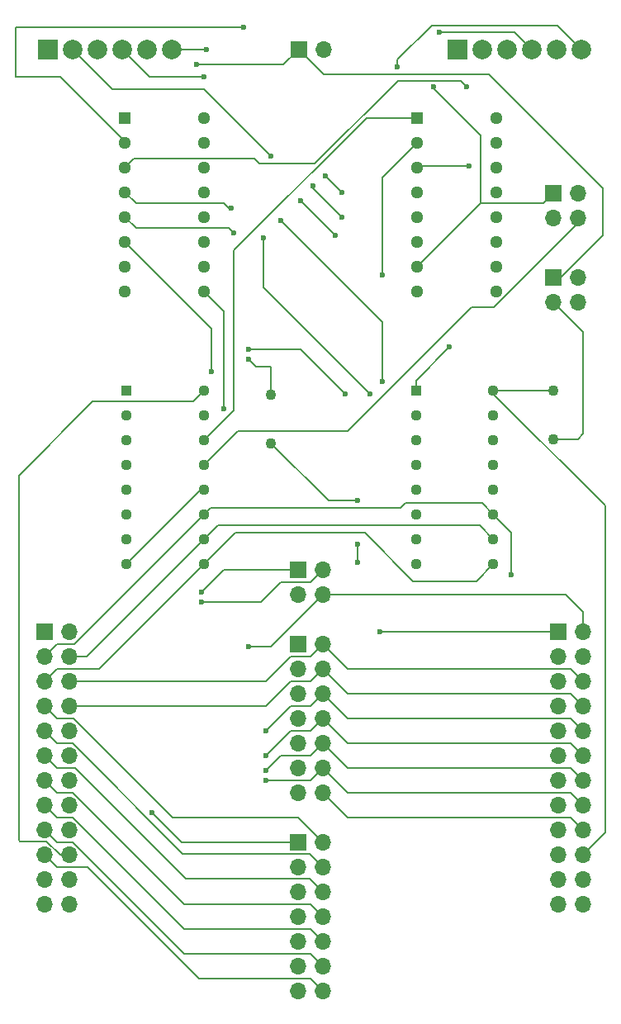
<source format=gbr>
%TF.GenerationSoftware,KiCad,Pcbnew,8.0.6*%
%TF.CreationDate,2024-12-14T14:17:37+01:00*%
%TF.ProjectId,satellite_board_6_keys,73617465-6c6c-4697-9465-5f626f617264,0*%
%TF.SameCoordinates,Original*%
%TF.FileFunction,Copper,L1,Top*%
%TF.FilePolarity,Positive*%
%FSLAX46Y46*%
G04 Gerber Fmt 4.6, Leading zero omitted, Abs format (unit mm)*
G04 Created by KiCad (PCBNEW 8.0.6) date 2024-12-14 14:17:37*
%MOMM*%
%LPD*%
G01*
G04 APERTURE LIST*
%TA.AperFunction,ComponentPad*%
%ADD10R,1.700000X1.700000*%
%TD*%
%TA.AperFunction,ComponentPad*%
%ADD11O,1.700000X1.700000*%
%TD*%
%TA.AperFunction,ComponentPad*%
%ADD12R,2.000000X2.000000*%
%TD*%
%TA.AperFunction,ComponentPad*%
%ADD13C,2.000000*%
%TD*%
%TA.AperFunction,ComponentPad*%
%ADD14R,1.295400X1.295400*%
%TD*%
%TA.AperFunction,ComponentPad*%
%ADD15C,1.295400*%
%TD*%
%TA.AperFunction,ComponentPad*%
%ADD16C,1.100000*%
%TD*%
%TA.AperFunction,ComponentPad*%
%ADD17R,1.130000X1.130000*%
%TD*%
%TA.AperFunction,ComponentPad*%
%ADD18C,1.130000*%
%TD*%
%TA.AperFunction,ViaPad*%
%ADD19C,0.600000*%
%TD*%
%TA.AperFunction,Conductor*%
%ADD20C,0.200000*%
%TD*%
G04 APERTURE END LIST*
D10*
%TO.P,J5,1,Pin_1*%
%TO.N,Net-(J4-Pin_1)*%
X90805000Y-101600000D03*
D11*
%TO.P,J5,2,Pin_2*%
%TO.N,Net-(J4-Pin_2)*%
X93345000Y-101600000D03*
%TO.P,J5,3,Pin_3*%
%TO.N,Net-(J4-Pin_3)*%
X90805000Y-104140000D03*
%TO.P,J5,4,Pin_4*%
%TO.N,Net-(J4-Pin_4)*%
X93345000Y-104140000D03*
%TO.P,J5,5,Pin_5*%
%TO.N,Net-(J4-Pin_5)*%
X90805000Y-106680000D03*
%TO.P,J5,6,Pin_6*%
%TO.N,Net-(J4-Pin_6)*%
X93345000Y-106680000D03*
%TO.P,J5,7,Pin_7*%
%TO.N,Net-(J4-Pin_7)*%
X90805000Y-109220000D03*
%TO.P,J5,8,Pin_8*%
%TO.N,Net-(J4-Pin_8)*%
X93345000Y-109220000D03*
%TO.P,J5,9,Pin_9*%
%TO.N,Net-(J4-Pin_9)*%
X90805000Y-111760000D03*
%TO.P,J5,10,Pin_10*%
%TO.N,Net-(J4-Pin_10)*%
X93345000Y-111760000D03*
%TO.P,J5,11,Pin_11*%
%TO.N,Net-(J4-Pin_11)*%
X90805000Y-114300000D03*
%TO.P,J5,12,Pin_12*%
%TO.N,Net-(J4-Pin_12)*%
X93345000Y-114300000D03*
%TO.P,J5,13,Pin_13*%
%TO.N,Net-(J4-Pin_13)*%
X90805000Y-116840000D03*
%TO.P,J5,14,Pin_14*%
%TO.N,Net-(J4-Pin_14)*%
X93345000Y-116840000D03*
%TO.P,J5,15,Pin_15*%
%TO.N,Net-(J4-Pin_15)*%
X90805000Y-119380000D03*
%TO.P,J5,16,Pin_16*%
%TO.N,Net-(J4-Pin_16)*%
X93345000Y-119380000D03*
%TO.P,J5,17,Pin_17*%
%TO.N,Net-(J4-Pin_17)*%
X90805000Y-121920000D03*
%TO.P,J5,18,Pin_18*%
%TO.N,Net-(J4-Pin_18)*%
X93345000Y-121920000D03*
%TO.P,J5,19,Pin_19*%
%TO.N,Net-(J4-Pin_19)*%
X90805000Y-124460000D03*
%TO.P,J5,20,Pin_20*%
%TO.N,VCC*%
X93345000Y-124460000D03*
%TO.P,J5,21,Pin_21*%
%TO.N,GND*%
X90805000Y-127000000D03*
%TO.P,J5,22,Pin_22*%
%TO.N,VCC*%
X93345000Y-127000000D03*
%TO.P,J5,23,Pin_23*%
%TO.N,GND*%
X90805000Y-129540000D03*
%TO.P,J5,24,Pin_24*%
%TO.N,VCC*%
X93345000Y-129540000D03*
%TD*%
D12*
%TO.P,J2,1,Pin_1*%
%TO.N,Net-(J2-Pin_1)*%
X91150000Y-41915000D03*
D13*
%TO.P,J2,2,Pin_2*%
%TO.N,Net-(J2-Pin_2)*%
X93690000Y-41915000D03*
%TO.P,J2,3,Pin_3*%
%TO.N,Net-(J2-Pin_3)*%
X96230000Y-41915000D03*
%TO.P,J2,4,Pin_4*%
%TO.N,Net-(J2-Pin_4)*%
X98770000Y-41915000D03*
%TO.P,J2,5,Pin_5*%
%TO.N,Net-(J2-Pin_5)*%
X101310000Y-41915000D03*
%TO.P,J2,6,Pin_6*%
%TO.N,Net-(J2-Pin_6)*%
X103850000Y-41915000D03*
%TD*%
D10*
%TO.P,JP2,1,Pin_1*%
%TO.N,Net-(J1-Pin_2)*%
X143002000Y-56642000D03*
D11*
%TO.P,JP2,2,Pin_2*%
%TO.N,Net-(JP2-Pin_2)*%
X145542000Y-56642000D03*
%TO.P,JP2,3,Pin_3*%
%TO.N,GND*%
X143002000Y-59182000D03*
%TO.P,JP2,4,Pin_4*%
%TO.N,Net-(JP2-Pin_2)*%
X145542000Y-59182000D03*
%TD*%
D10*
%TO.P,JP4,1,Pin_1*%
%TO.N,Net-(JP4-Pin_1)*%
X116840000Y-102870000D03*
D11*
%TO.P,JP4,2,Pin_2*%
%TO.N,Net-(J4-Pin_6)*%
X119380000Y-102870000D03*
%TO.P,JP4,3,Pin_3*%
%TO.N,Net-(JP4-Pin_1)*%
X116840000Y-105410000D03*
%TO.P,JP4,4,Pin_4*%
%TO.N,Net-(J4-Pin_8)*%
X119380000Y-105410000D03*
%TO.P,JP4,5,Pin_5*%
%TO.N,Net-(JP4-Pin_1)*%
X116840000Y-107950000D03*
%TO.P,JP4,6,Pin_6*%
%TO.N,Net-(J4-Pin_10)*%
X119380000Y-107950000D03*
%TO.P,JP4,7,Pin_7*%
%TO.N,Net-(JP4-Pin_1)*%
X116840000Y-110490000D03*
%TO.P,JP4,8,Pin_8*%
%TO.N,Net-(J4-Pin_12)*%
X119380000Y-110490000D03*
%TO.P,JP4,9,Pin_9*%
%TO.N,Net-(JP4-Pin_1)*%
X116840000Y-113030000D03*
%TO.P,JP4,10,Pin_10*%
%TO.N,Net-(J4-Pin_14)*%
X119380000Y-113030000D03*
%TO.P,JP4,11,Pin_11*%
%TO.N,Net-(JP4-Pin_1)*%
X116840000Y-115570000D03*
%TO.P,JP4,12,Pin_12*%
%TO.N,Net-(J4-Pin_16)*%
X119380000Y-115570000D03*
%TO.P,JP4,13,Pin_13*%
%TO.N,Net-(JP4-Pin_1)*%
X116840000Y-118110000D03*
%TO.P,JP4,14,Pin_14*%
%TO.N,Net-(J4-Pin_18)*%
X119380000Y-118110000D03*
%TD*%
D10*
%TO.P,JP3,1,Pin_1*%
%TO.N,Net-(JP3-Pin_1)*%
X116840000Y-95250000D03*
D11*
%TO.P,JP3,2,Pin_2*%
%TO.N,Net-(J4-Pin_1)*%
X119380000Y-95250000D03*
%TO.P,JP3,3,Pin_3*%
%TO.N,Net-(JP3-Pin_1)*%
X116840000Y-97790000D03*
%TO.P,JP3,4,Pin_4*%
%TO.N,Net-(J4-Pin_2)*%
X119380000Y-97790000D03*
%TD*%
D10*
%TO.P,JP1,1,Pin_1*%
%TO.N,Net-(J1-Pin_1)*%
X143002000Y-65278000D03*
D11*
%TO.P,JP1,2,Pin_2*%
%TO.N,Net-(JP1-Pin_2)*%
X145542000Y-65278000D03*
%TO.P,JP1,3,Pin_3*%
%TO.N,GND*%
X143002000Y-67818000D03*
%TO.P,JP1,4,Pin_4*%
%TO.N,Net-(JP1-Pin_2)*%
X145542000Y-67818000D03*
%TD*%
D14*
%TO.P,R1,1*%
%TO.N,Net-(J3-Pin_5)*%
X99060000Y-48895000D03*
D15*
%TO.P,R1,2*%
%TO.N,Net-(J3-Pin_3)*%
X99060000Y-51435000D03*
%TO.P,R1,3*%
%TO.N,Net-(J3-Pin_1)*%
X99060000Y-53975000D03*
%TO.P,R1,4*%
%TO.N,Net-(J2-Pin_5)*%
X99060000Y-56515000D03*
%TO.P,R1,5*%
%TO.N,Net-(J2-Pin_3)*%
X99060000Y-59055000D03*
%TO.P,R1,6*%
%TO.N,Net-(J2-Pin_1)*%
X99060000Y-61595000D03*
%TO.P,R1,7*%
%TO.N,Net-(J1-Pin_1)*%
X99060000Y-64135000D03*
%TO.P,R1,8*%
%TO.N,unconnected-(R1-Pad8)*%
X99060000Y-66675000D03*
%TO.P,R1,9*%
%TO.N,GND*%
X107188000Y-66675000D03*
%TO.P,R1,10*%
X107188000Y-64135000D03*
%TO.P,R1,11*%
X107188000Y-61595000D03*
%TO.P,R1,12*%
X107188000Y-59055000D03*
%TO.P,R1,13*%
X107188000Y-56515000D03*
%TO.P,R1,14*%
X107188000Y-53975000D03*
%TO.P,R1,15*%
X107188000Y-51435000D03*
%TO.P,R1,16*%
X107188000Y-48895000D03*
%TD*%
D16*
%TO.P,C1,1*%
%TO.N,VCC*%
X143002000Y-76835000D03*
%TO.P,C1,2*%
%TO.N,GND*%
X143002000Y-81835000D03*
%TD*%
D12*
%TO.P,J3,1,Pin_1*%
%TO.N,Net-(J3-Pin_1)*%
X133195000Y-41910000D03*
D13*
%TO.P,J3,2,Pin_2*%
%TO.N,Net-(J3-Pin_2)*%
X135735000Y-41910000D03*
%TO.P,J3,3,Pin_3*%
%TO.N,Net-(J3-Pin_3)*%
X138275000Y-41910000D03*
%TO.P,J3,4,Pin_4*%
%TO.N,Net-(J3-Pin_4)*%
X140815000Y-41910000D03*
%TO.P,J3,5,Pin_5*%
%TO.N,Net-(J3-Pin_5)*%
X143355000Y-41910000D03*
%TO.P,J3,6,Pin_6*%
%TO.N,Net-(J3-Pin_6)*%
X145895000Y-41910000D03*
%TD*%
D14*
%TO.P,R2,1*%
%TO.N,Net-(J3-Pin_6)*%
X129032000Y-48895000D03*
D15*
%TO.P,R2,2*%
%TO.N,Net-(J3-Pin_4)*%
X129032000Y-51435000D03*
%TO.P,R2,3*%
%TO.N,Net-(J3-Pin_2)*%
X129032000Y-53975000D03*
%TO.P,R2,4*%
%TO.N,Net-(J2-Pin_6)*%
X129032000Y-56515000D03*
%TO.P,R2,5*%
%TO.N,Net-(J2-Pin_4)*%
X129032000Y-59055000D03*
%TO.P,R2,6*%
%TO.N,Net-(J2-Pin_2)*%
X129032000Y-61595000D03*
%TO.P,R2,7*%
%TO.N,Net-(J1-Pin_2)*%
X129032000Y-64135000D03*
%TO.P,R2,8*%
%TO.N,unconnected-(R2-Pad8)*%
X129032000Y-66675000D03*
%TO.P,R2,9*%
%TO.N,VCC*%
X137160000Y-66675000D03*
%TO.P,R2,10*%
X137160000Y-64135000D03*
%TO.P,R2,11*%
X137160000Y-61595000D03*
%TO.P,R2,12*%
X137160000Y-59055000D03*
%TO.P,R2,13*%
X137160000Y-56515000D03*
%TO.P,R2,14*%
X137160000Y-53975000D03*
%TO.P,R2,15*%
X137160000Y-51435000D03*
%TO.P,R2,16*%
X137160000Y-48895000D03*
%TD*%
D10*
%TO.P,J1,1,Pin_1*%
%TO.N,Net-(J1-Pin_1)*%
X116885000Y-41840000D03*
D11*
%TO.P,J1,2,Pin_2*%
%TO.N,Net-(J1-Pin_2)*%
X119425000Y-41840000D03*
%TD*%
D16*
%TO.P,C2,1*%
%TO.N,VCC*%
X114046000Y-77256000D03*
%TO.P,C2,2*%
%TO.N,GND*%
X114046000Y-82256000D03*
%TD*%
D17*
%TO.P,U1,1,I3*%
%TO.N,Net-(J3-Pin_2)*%
X99248000Y-76835000D03*
D18*
%TO.P,U1,2,I2*%
%TO.N,Net-(J2-Pin_6)*%
X99248000Y-79375000D03*
%TO.P,U1,3,I1*%
%TO.N,Net-(J2-Pin_4)*%
X99248000Y-81915000D03*
%TO.P,U1,4,I0*%
%TO.N,Net-(J2-Pin_2)*%
X99248000Y-84455000D03*
%TO.P,U1,5,Y*%
%TO.N,Net-(JP5-Pin_1)*%
X99248000Y-86995000D03*
%TO.P,U1,6,~{Y}*%
%TO.N,unconnected-(U1-~{Y}-Pad6)*%
X99248000Y-89535000D03*
%TO.P,U1,7,~{OE}*%
%TO.N,Net-(JP3-Pin_1)*%
X99248000Y-92075000D03*
%TO.P,U1,8,GND*%
%TO.N,GND*%
X99248000Y-94615000D03*
%TO.P,U1,9,S2*%
%TO.N,Net-(J4-Pin_5)*%
X107188000Y-94615000D03*
%TO.P,U1,10,S1*%
%TO.N,Net-(J4-Pin_4)*%
X107188000Y-92075000D03*
%TO.P,U1,11,S0*%
%TO.N,Net-(J4-Pin_3)*%
X107188000Y-89535000D03*
%TO.P,U1,12,I7*%
%TO.N,GND*%
X107188000Y-86995000D03*
%TO.P,U1,13,I6*%
%TO.N,Net-(JP2-Pin_2)*%
X107188000Y-84455000D03*
%TO.P,U1,14,I5*%
%TO.N,Net-(J3-Pin_6)*%
X107188000Y-81915000D03*
%TO.P,U1,15,I4*%
%TO.N,Net-(J3-Pin_4)*%
X107188000Y-79375000D03*
%TO.P,U1,16,VCC*%
%TO.N,VCC*%
X107188000Y-76835000D03*
%TD*%
D10*
%TO.P,J4,1,Pin_1*%
%TO.N,Net-(J4-Pin_1)*%
X143510000Y-101600000D03*
D11*
%TO.P,J4,2,Pin_2*%
%TO.N,Net-(J4-Pin_2)*%
X146050000Y-101600000D03*
%TO.P,J4,3,Pin_3*%
%TO.N,Net-(J4-Pin_3)*%
X143510000Y-104140000D03*
%TO.P,J4,4,Pin_4*%
%TO.N,Net-(J4-Pin_4)*%
X146050000Y-104140000D03*
%TO.P,J4,5,Pin_5*%
%TO.N,Net-(J4-Pin_5)*%
X143510000Y-106680000D03*
%TO.P,J4,6,Pin_6*%
%TO.N,Net-(J4-Pin_6)*%
X146050000Y-106680000D03*
%TO.P,J4,7,Pin_7*%
%TO.N,Net-(J4-Pin_7)*%
X143510000Y-109220000D03*
%TO.P,J4,8,Pin_8*%
%TO.N,Net-(J4-Pin_8)*%
X146050000Y-109220000D03*
%TO.P,J4,9,Pin_9*%
%TO.N,Net-(J4-Pin_9)*%
X143510000Y-111760000D03*
%TO.P,J4,10,Pin_10*%
%TO.N,Net-(J4-Pin_10)*%
X146050000Y-111760000D03*
%TO.P,J4,11,Pin_11*%
%TO.N,Net-(J4-Pin_11)*%
X143510000Y-114300000D03*
%TO.P,J4,12,Pin_12*%
%TO.N,Net-(J4-Pin_12)*%
X146050000Y-114300000D03*
%TO.P,J4,13,Pin_13*%
%TO.N,Net-(J4-Pin_13)*%
X143510000Y-116840000D03*
%TO.P,J4,14,Pin_14*%
%TO.N,Net-(J4-Pin_14)*%
X146050000Y-116840000D03*
%TO.P,J4,15,Pin_15*%
%TO.N,Net-(J4-Pin_15)*%
X143510000Y-119380000D03*
%TO.P,J4,16,Pin_16*%
%TO.N,Net-(J4-Pin_16)*%
X146050000Y-119380000D03*
%TO.P,J4,17,Pin_17*%
%TO.N,Net-(J4-Pin_17)*%
X143510000Y-121920000D03*
%TO.P,J4,18,Pin_18*%
%TO.N,Net-(J4-Pin_18)*%
X146050000Y-121920000D03*
%TO.P,J4,19,Pin_19*%
%TO.N,Net-(J4-Pin_19)*%
X143510000Y-124460000D03*
%TO.P,J4,20,Pin_20*%
%TO.N,VCC*%
X146050000Y-124460000D03*
%TO.P,J4,21,Pin_21*%
%TO.N,GND*%
X143510000Y-127000000D03*
%TO.P,J4,22,Pin_22*%
%TO.N,VCC*%
X146050000Y-127000000D03*
%TO.P,J4,23,Pin_23*%
%TO.N,GND*%
X143510000Y-129540000D03*
%TO.P,J4,24,Pin_24*%
%TO.N,VCC*%
X146050000Y-129540000D03*
%TD*%
D10*
%TO.P,JP5,1,Pin_1*%
%TO.N,Net-(JP5-Pin_1)*%
X116840000Y-123190000D03*
D11*
%TO.P,JP5,2,Pin_2*%
%TO.N,Net-(J4-Pin_7)*%
X119380000Y-123190000D03*
%TO.P,JP5,3,Pin_3*%
%TO.N,Net-(JP5-Pin_1)*%
X116840000Y-125730000D03*
%TO.P,JP5,4,Pin_4*%
%TO.N,Net-(J4-Pin_9)*%
X119380000Y-125730000D03*
%TO.P,JP5,5,Pin_5*%
%TO.N,Net-(JP5-Pin_1)*%
X116840000Y-128270000D03*
%TO.P,JP5,6,Pin_6*%
%TO.N,Net-(J4-Pin_11)*%
X119380000Y-128270000D03*
%TO.P,JP5,7,Pin_7*%
%TO.N,Net-(JP5-Pin_1)*%
X116840000Y-130810000D03*
%TO.P,JP5,8,Pin_8*%
%TO.N,Net-(J4-Pin_13)*%
X119380000Y-130810000D03*
%TO.P,JP5,9,Pin_9*%
%TO.N,Net-(JP5-Pin_1)*%
X116840000Y-133350000D03*
%TO.P,JP5,10,Pin_10*%
%TO.N,Net-(J4-Pin_15)*%
X119380000Y-133350000D03*
%TO.P,JP5,11,Pin_11*%
%TO.N,Net-(JP5-Pin_1)*%
X116840000Y-135890000D03*
%TO.P,JP5,12,Pin_12*%
%TO.N,Net-(J4-Pin_17)*%
X119380000Y-135890000D03*
%TO.P,JP5,13,Pin_13*%
%TO.N,Net-(JP5-Pin_1)*%
X116840000Y-138430000D03*
%TO.P,JP5,14,Pin_14*%
%TO.N,Net-(J4-Pin_19)*%
X119380000Y-138430000D03*
%TD*%
D17*
%TO.P,U2,1,I3*%
%TO.N,Net-(J3-Pin_1)*%
X128905000Y-76835000D03*
D18*
%TO.P,U2,2,I2*%
%TO.N,Net-(J2-Pin_5)*%
X128905000Y-79375000D03*
%TO.P,U2,3,I1*%
%TO.N,Net-(J2-Pin_3)*%
X128905000Y-81915000D03*
%TO.P,U2,4,I0*%
%TO.N,Net-(J2-Pin_1)*%
X128905000Y-84455000D03*
%TO.P,U2,5,Y*%
%TO.N,Net-(JP4-Pin_1)*%
X128905000Y-86995000D03*
%TO.P,U2,6,~{Y}*%
%TO.N,unconnected-(U2-~{Y}-Pad6)*%
X128905000Y-89535000D03*
%TO.P,U2,7,~{OE}*%
%TO.N,Net-(JP3-Pin_1)*%
X128905000Y-92075000D03*
%TO.P,U2,8,GND*%
%TO.N,GND*%
X128905000Y-94615000D03*
%TO.P,U2,9,S2*%
%TO.N,Net-(J4-Pin_5)*%
X136845000Y-94615000D03*
%TO.P,U2,10,S1*%
%TO.N,Net-(J4-Pin_4)*%
X136845000Y-92075000D03*
%TO.P,U2,11,S0*%
%TO.N,Net-(J4-Pin_3)*%
X136845000Y-89535000D03*
%TO.P,U2,12,I7*%
%TO.N,GND*%
X136845000Y-86995000D03*
%TO.P,U2,13,I6*%
%TO.N,Net-(JP1-Pin_2)*%
X136845000Y-84455000D03*
%TO.P,U2,14,I5*%
%TO.N,Net-(J3-Pin_5)*%
X136845000Y-81915000D03*
%TO.P,U2,15,I4*%
%TO.N,Net-(J3-Pin_3)*%
X136845000Y-79375000D03*
%TO.P,U2,16,VCC*%
%TO.N,VCC*%
X136845000Y-76835000D03*
%TD*%
D19*
%TO.N,GND*%
X122936000Y-92618000D03*
X122936000Y-94488000D03*
X122936000Y-88138000D03*
X109220000Y-78740000D03*
%TO.N,VCC*%
X111760000Y-73660000D03*
%TO.N,Net-(J1-Pin_2)*%
X130718000Y-45720000D03*
%TO.N,Net-(J1-Pin_1)*%
X106426000Y-43434000D03*
%TO.N,Net-(J2-Pin_6)*%
X121285000Y-56515000D03*
X119634000Y-54864000D03*
X107442000Y-41910000D03*
%TO.N,Net-(J2-Pin_3)*%
X110236000Y-60706000D03*
X124206000Y-77216000D03*
X113284000Y-61214000D03*
%TO.N,Net-(J2-Pin_4)*%
X107188000Y-44704000D03*
X118364000Y-55880000D03*
X121300250Y-59070250D03*
%TO.N,Net-(J2-Pin_1)*%
X121666000Y-77216000D03*
X107950000Y-74930000D03*
X111760000Y-72644000D03*
%TO.N,Net-(J2-Pin_2)*%
X120650000Y-60960000D03*
X117094000Y-57404000D03*
X114046000Y-52832000D03*
%TO.N,Net-(J2-Pin_5)*%
X109982000Y-58166000D03*
X125476000Y-75946000D03*
X115062000Y-59436000D03*
%TO.N,Net-(J3-Pin_1)*%
X132334000Y-72390000D03*
X134112000Y-45720000D03*
%TO.N,Net-(J3-Pin_6)*%
X127000000Y-43688000D03*
%TO.N,Net-(J3-Pin_4)*%
X131318000Y-40132000D03*
X125476000Y-65024000D03*
%TO.N,Net-(J3-Pin_2)*%
X134366000Y-53848000D03*
%TO.N,Net-(J3-Pin_3)*%
X111252000Y-39624000D03*
%TO.N,Net-(J4-Pin_12)*%
X113538000Y-114300000D03*
%TO.N,Net-(J4-Pin_1)*%
X125222000Y-101600000D03*
X106934000Y-98552000D03*
%TO.N,Net-(J4-Pin_10)*%
X113538000Y-111760000D03*
%TO.N,Net-(J4-Pin_2)*%
X111760000Y-103124000D03*
%TO.N,Net-(J4-Pin_14)*%
X113538000Y-115824000D03*
%TO.N,Net-(J4-Pin_3)*%
X138684000Y-95758000D03*
%TO.N,Net-(J4-Pin_16)*%
X113538000Y-116840000D03*
%TO.N,Net-(JP3-Pin_1)*%
X106934000Y-97536000D03*
%TO.N,Net-(JP5-Pin_1)*%
X101854000Y-120142000D03*
%TD*%
D20*
%TO.N,GND*%
X146050000Y-81280000D02*
X146050000Y-70866000D01*
X146050000Y-70866000D02*
X143002000Y-67818000D01*
X145495000Y-81835000D02*
X146050000Y-81280000D01*
X143002000Y-81835000D02*
X145495000Y-81835000D01*
%TO.N,Net-(J1-Pin_1)*%
X119495000Y-44450000D02*
X116885000Y-41840000D01*
X136398000Y-44450000D02*
X119495000Y-44450000D01*
X143764000Y-65278000D02*
X148082000Y-60960000D01*
X148082000Y-60960000D02*
X148082000Y-56134000D01*
X143002000Y-65278000D02*
X143764000Y-65278000D01*
X148082000Y-56134000D02*
X136398000Y-44450000D01*
%TO.N,Net-(JP2-Pin_2)*%
X145542000Y-59690000D02*
X145542000Y-59182000D01*
X136906000Y-68326000D02*
X145542000Y-59690000D01*
X134620000Y-68326000D02*
X136906000Y-68326000D01*
X110617000Y-81026000D02*
X121920000Y-81026000D01*
X121920000Y-81026000D02*
X134620000Y-68326000D01*
X107188000Y-84455000D02*
X110617000Y-81026000D01*
%TO.N,Net-(J4-Pin_5)*%
X135102000Y-96358000D02*
X136845000Y-94615000D01*
X123698000Y-91440000D02*
X128616000Y-96358000D01*
X110363000Y-91440000D02*
X123698000Y-91440000D01*
X128616000Y-96358000D02*
X135102000Y-96358000D01*
X107188000Y-94615000D02*
X110363000Y-91440000D01*
%TO.N,Net-(J3-Pin_3)*%
X87884000Y-44704000D02*
X92456000Y-44704000D01*
X99060000Y-51308000D02*
X99060000Y-51435000D01*
X87884000Y-39624000D02*
X87884000Y-44704000D01*
X111252000Y-39624000D02*
X87884000Y-39624000D01*
X92456000Y-44704000D02*
X99060000Y-51308000D01*
%TO.N,VCC*%
X148336000Y-88646000D02*
X136845000Y-77155000D01*
X136845000Y-77155000D02*
X136845000Y-76835000D01*
X148336000Y-122174000D02*
X148336000Y-88646000D01*
X146050000Y-124460000D02*
X148336000Y-122174000D01*
%TO.N,Net-(J4-Pin_1)*%
X115062000Y-96520000D02*
X118110000Y-96520000D01*
X113030000Y-98552000D02*
X115062000Y-96520000D01*
X106934000Y-98552000D02*
X113030000Y-98552000D01*
X118110000Y-96520000D02*
X119380000Y-95250000D01*
%TO.N,Net-(J4-Pin_7)*%
X92075000Y-110490000D02*
X90805000Y-109220000D01*
X93840673Y-110490000D02*
X92075000Y-110490000D01*
X116840000Y-120650000D02*
X104000673Y-120650000D01*
X119380000Y-123190000D02*
X116840000Y-120650000D01*
X104000673Y-120650000D02*
X93840673Y-110490000D01*
%TO.N,Net-(J4-Pin_11)*%
X92075000Y-115570000D02*
X90805000Y-114300000D01*
X117990000Y-126880000D02*
X105290000Y-126880000D01*
X105290000Y-126880000D02*
X93980000Y-115570000D01*
X119380000Y-128270000D02*
X117990000Y-126880000D01*
X93980000Y-115570000D02*
X92075000Y-115570000D01*
%TO.N,Net-(J4-Pin_19)*%
X95250000Y-125730000D02*
X92075000Y-125730000D01*
X106680000Y-137160000D02*
X95250000Y-125730000D01*
X118110000Y-137160000D02*
X106680000Y-137160000D01*
X92075000Y-125730000D02*
X90805000Y-124460000D01*
X119380000Y-138430000D02*
X118110000Y-137160000D01*
%TO.N,Net-(J4-Pin_17)*%
X92075000Y-123190000D02*
X90805000Y-121920000D01*
X93701346Y-123190000D02*
X92075000Y-123190000D01*
X105131346Y-134620000D02*
X93701346Y-123190000D01*
X119380000Y-135890000D02*
X118110000Y-134620000D01*
X118110000Y-134620000D02*
X105131346Y-134620000D01*
%TO.N,Net-(J4-Pin_15)*%
X92075000Y-120650000D02*
X90805000Y-119380000D01*
X93701346Y-120650000D02*
X92075000Y-120650000D01*
X105131346Y-132080000D02*
X93701346Y-120650000D01*
X118110000Y-132080000D02*
X105131346Y-132080000D01*
X119380000Y-133350000D02*
X118110000Y-132080000D01*
%TO.N,Net-(J4-Pin_13)*%
X92075000Y-118110000D02*
X90805000Y-116840000D01*
X93701346Y-118110000D02*
X92075000Y-118110000D01*
X118110000Y-129540000D02*
X105131346Y-129540000D01*
X105131346Y-129540000D02*
X93701346Y-118110000D01*
X119380000Y-130810000D02*
X118110000Y-129540000D01*
%TO.N,Net-(J4-Pin_6)*%
X144780000Y-105410000D02*
X146050000Y-106680000D01*
X121920000Y-105410000D02*
X144780000Y-105410000D01*
X119380000Y-102870000D02*
X121920000Y-105410000D01*
%TO.N,GND*%
X122936000Y-94488000D02*
X122936000Y-92618000D01*
X122936000Y-88138000D02*
X119928000Y-88138000D01*
X106868000Y-86995000D02*
X107188000Y-86995000D01*
X109220000Y-68707000D02*
X107188000Y-66675000D01*
X99248000Y-94615000D02*
X106868000Y-86995000D01*
X119928000Y-88138000D02*
X114046000Y-82256000D01*
X109220000Y-78740000D02*
X109220000Y-68707000D01*
%TO.N,VCC*%
X91041346Y-123070000D02*
X88312000Y-123070000D01*
X136845000Y-76835000D02*
X143002000Y-76835000D01*
X114046000Y-74422000D02*
X114046000Y-77256000D01*
X88178000Y-122936000D02*
X88178000Y-85558000D01*
X95758000Y-77978000D02*
X106045000Y-77978000D01*
X111760000Y-73660000D02*
X112522000Y-74422000D01*
X88312000Y-123070000D02*
X88178000Y-122936000D01*
X88178000Y-85558000D02*
X95758000Y-77978000D01*
X112522000Y-74422000D02*
X114046000Y-74422000D01*
X92431346Y-124460000D02*
X91041346Y-123070000D01*
X93345000Y-124460000D02*
X92431346Y-124460000D01*
X106045000Y-77978000D02*
X107188000Y-76835000D01*
%TO.N,Net-(J1-Pin_2)*%
X130718000Y-45882000D02*
X135509000Y-50673000D01*
X135509000Y-57658000D02*
X129032000Y-64135000D01*
X141986000Y-57658000D02*
X135509000Y-57658000D01*
X130718000Y-45720000D02*
X130718000Y-45882000D01*
X135509000Y-50673000D02*
X135509000Y-57658000D01*
X143002000Y-56642000D02*
X141986000Y-57658000D01*
%TO.N,Net-(J1-Pin_1)*%
X115291000Y-43434000D02*
X116885000Y-41840000D01*
X106426000Y-43434000D02*
X115291000Y-43434000D01*
%TO.N,Net-(J2-Pin_6)*%
X106934000Y-41910000D02*
X106929000Y-41915000D01*
X107442000Y-41910000D02*
X106934000Y-41910000D01*
X106929000Y-41915000D02*
X103850000Y-41915000D01*
X121285000Y-56515000D02*
X119634000Y-54864000D01*
%TO.N,Net-(J2-Pin_3)*%
X124206000Y-77216000D02*
X113284000Y-66294000D01*
X100203000Y-60198000D02*
X99060000Y-59055000D01*
X113284000Y-66294000D02*
X113284000Y-61214000D01*
X110236000Y-60706000D02*
X109728000Y-60198000D01*
X109728000Y-60198000D02*
X100203000Y-60198000D01*
%TO.N,Net-(J2-Pin_4)*%
X101559000Y-44704000D02*
X98770000Y-41915000D01*
X107188000Y-44704000D02*
X101559000Y-44704000D01*
X118364000Y-56134000D02*
X118364000Y-55880000D01*
X121300250Y-59070250D02*
X118364000Y-56134000D01*
%TO.N,Net-(J2-Pin_1)*%
X107950000Y-74930000D02*
X107950000Y-70485000D01*
X107950000Y-70485000D02*
X99060000Y-61595000D01*
X121666000Y-77216000D02*
X117094000Y-72644000D01*
X117094000Y-72644000D02*
X111760000Y-72644000D01*
%TO.N,Net-(J2-Pin_2)*%
X97749000Y-45974000D02*
X93690000Y-41915000D01*
X117094000Y-57404000D02*
X120650000Y-60960000D01*
X107188000Y-45974000D02*
X97749000Y-45974000D01*
X114046000Y-52832000D02*
X107188000Y-45974000D01*
%TO.N,Net-(J2-Pin_5)*%
X109982000Y-58166000D02*
X109728000Y-58166000D01*
X100203000Y-57658000D02*
X99060000Y-56515000D01*
X109220000Y-57658000D02*
X100203000Y-57658000D01*
X109728000Y-58166000D02*
X109220000Y-57658000D01*
X125476000Y-69850000D02*
X115062000Y-59436000D01*
X125476000Y-75946000D02*
X125476000Y-69850000D01*
%TO.N,Net-(J3-Pin_1)*%
X99060000Y-53975000D02*
X100007700Y-53027300D01*
X100007700Y-53027300D02*
X112326700Y-53027300D01*
X128905000Y-76835000D02*
X128905000Y-75819000D01*
X118560314Y-53594000D02*
X127034314Y-45120000D01*
X133512000Y-45120000D02*
X134112000Y-45720000D01*
X127034314Y-45120000D02*
X133512000Y-45120000D01*
X112893400Y-53594000D02*
X118560314Y-53594000D01*
X112326700Y-53027300D02*
X112893400Y-53594000D01*
X128905000Y-75819000D02*
X132334000Y-72390000D01*
%TO.N,Net-(J3-Pin_6)*%
X127000000Y-42926000D02*
X130529000Y-39397000D01*
X107188000Y-81915000D02*
X110236000Y-78867000D01*
X130529000Y-39397000D02*
X143382000Y-39397000D01*
X127000000Y-43688000D02*
X127000000Y-42926000D01*
X110236000Y-78867000D02*
X110236000Y-62484000D01*
X143382000Y-39397000D02*
X145895000Y-41910000D01*
X110236000Y-62484000D02*
X123825000Y-48895000D01*
X123825000Y-48895000D02*
X129032000Y-48895000D01*
%TO.N,Net-(J3-Pin_4)*%
X125476000Y-54991000D02*
X129032000Y-51435000D01*
X139037000Y-40132000D02*
X140815000Y-41910000D01*
X131318000Y-40132000D02*
X139037000Y-40132000D01*
X125476000Y-65024000D02*
X125476000Y-54991000D01*
%TO.N,Net-(J3-Pin_2)*%
X129159000Y-53848000D02*
X134366000Y-53848000D01*
%TO.N,Net-(J4-Pin_6)*%
X113538000Y-106680000D02*
X116078000Y-104140000D01*
X113538000Y-106680000D02*
X93345000Y-106680000D01*
X118110000Y-104140000D02*
X119380000Y-102870000D01*
X116078000Y-104140000D02*
X118110000Y-104140000D01*
%TO.N,Net-(J4-Pin_12)*%
X119380000Y-110490000D02*
X121920000Y-113030000D01*
X118110000Y-111760000D02*
X119380000Y-110490000D01*
X144780000Y-113030000D02*
X146050000Y-114300000D01*
X113538000Y-114300000D02*
X116078000Y-111760000D01*
X121920000Y-113030000D02*
X144780000Y-113030000D01*
X116078000Y-111760000D02*
X118110000Y-111760000D01*
%TO.N,Net-(J4-Pin_1)*%
X143510000Y-101600000D02*
X125222000Y-101600000D01*
%TO.N,Net-(J4-Pin_4)*%
X95123000Y-104140000D02*
X107188000Y-92075000D01*
X93345000Y-104140000D02*
X95123000Y-104140000D01*
%TO.N,Net-(J4-Pin_8)*%
X116078000Y-106680000D02*
X118110000Y-106680000D01*
X113538000Y-109220000D02*
X116078000Y-106680000D01*
X144780000Y-107950000D02*
X146050000Y-109220000D01*
X113538000Y-109220000D02*
X93345000Y-109220000D01*
X118110000Y-106680000D02*
X119380000Y-105410000D01*
X119380000Y-105410000D02*
X121920000Y-107950000D01*
X121920000Y-107950000D02*
X144780000Y-107950000D01*
%TO.N,Net-(J4-Pin_10)*%
X116078000Y-109220000D02*
X118110000Y-109220000D01*
X119380000Y-107950000D02*
X121920000Y-110490000D01*
X113538000Y-111760000D02*
X116078000Y-109220000D01*
X121920000Y-110490000D02*
X144780000Y-110490000D01*
X118110000Y-109220000D02*
X119380000Y-107950000D01*
X144780000Y-110490000D02*
X146050000Y-111760000D01*
%TO.N,Net-(J4-Pin_2)*%
X146050000Y-101600000D02*
X146050000Y-99568000D01*
X146050000Y-99568000D02*
X144272000Y-97790000D01*
X114046000Y-103124000D02*
X119380000Y-97790000D01*
X144272000Y-97790000D02*
X119380000Y-97790000D01*
X111760000Y-103124000D02*
X114046000Y-103124000D01*
%TO.N,Net-(J4-Pin_14)*%
X144780000Y-115570000D02*
X146050000Y-116840000D01*
X118110000Y-114300000D02*
X119380000Y-113030000D01*
X119380000Y-113030000D02*
X121920000Y-115570000D01*
X113538000Y-115824000D02*
X115062000Y-114300000D01*
X115062000Y-114300000D02*
X118110000Y-114300000D01*
X121920000Y-115570000D02*
X144780000Y-115570000D01*
%TO.N,Net-(J4-Pin_3)*%
X107188000Y-89535000D02*
X107823000Y-88900000D01*
X90805000Y-104140000D02*
X92075000Y-102870000D01*
X135702000Y-88392000D02*
X136845000Y-89535000D01*
X107823000Y-88900000D02*
X127302000Y-88900000D01*
X138684000Y-91374000D02*
X136845000Y-89535000D01*
X92075000Y-102870000D02*
X93853000Y-102870000D01*
X93853000Y-102870000D02*
X107188000Y-89535000D01*
X127810000Y-88392000D02*
X135702000Y-88392000D01*
X138684000Y-95758000D02*
X138684000Y-91374000D01*
X127302000Y-88900000D02*
X127810000Y-88392000D01*
%TO.N,Net-(J4-Pin_18)*%
X121920000Y-120650000D02*
X144780000Y-120650000D01*
X144780000Y-120650000D02*
X146050000Y-121920000D01*
X119380000Y-118110000D02*
X121920000Y-120650000D01*
%TO.N,Net-(J4-Pin_9)*%
X105011346Y-124340000D02*
X93701346Y-113030000D01*
X117990000Y-124340000D02*
X105011346Y-124340000D01*
X119380000Y-125730000D02*
X117990000Y-124340000D01*
X92075000Y-113030000D02*
X90805000Y-111760000D01*
X93701346Y-113030000D02*
X92075000Y-113030000D01*
%TO.N,Net-(J4-Pin_5)*%
X90805000Y-106680000D02*
X92075000Y-105410000D01*
X96393000Y-105410000D02*
X107188000Y-94615000D01*
X92075000Y-105410000D02*
X96393000Y-105410000D01*
%TO.N,Net-(J4-Pin_16)*%
X144780000Y-118110000D02*
X146050000Y-119380000D01*
X113538000Y-116840000D02*
X118110000Y-116840000D01*
X119380000Y-115570000D02*
X121920000Y-118110000D01*
X118110000Y-116840000D02*
X119380000Y-115570000D01*
X121920000Y-118110000D02*
X144780000Y-118110000D01*
%TO.N,Net-(JP3-Pin_1)*%
X116840000Y-95250000D02*
X109220000Y-95250000D01*
X109220000Y-95250000D02*
X106934000Y-97536000D01*
%TO.N,Net-(JP5-Pin_1)*%
X116840000Y-123190000D02*
X104902000Y-123190000D01*
X104902000Y-123190000D02*
X101854000Y-120142000D01*
%TO.N,Net-(J4-Pin_4)*%
X135448000Y-90678000D02*
X136845000Y-92075000D01*
X107188000Y-92075000D02*
X108585000Y-90678000D01*
X108585000Y-90678000D02*
X135448000Y-90678000D01*
%TD*%
M02*

</source>
